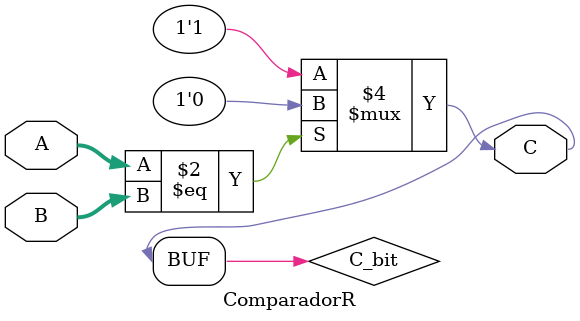
<source format=sv>
module ComparadorR
#(
	parameter Size = 16
)
(
	/* Inputs */
	input [Size - 1 : 0]A,
	input [Size - 1 : 0]B,
	
	/* Outputs */
	output C
	
);

bit C_bit;

always_comb begin: Comp

	if(A == B)
		C_bit = 1'b0;
	else
		C_bit = 1'b1;

end

assign C = C_bit;

endmodule

</source>
